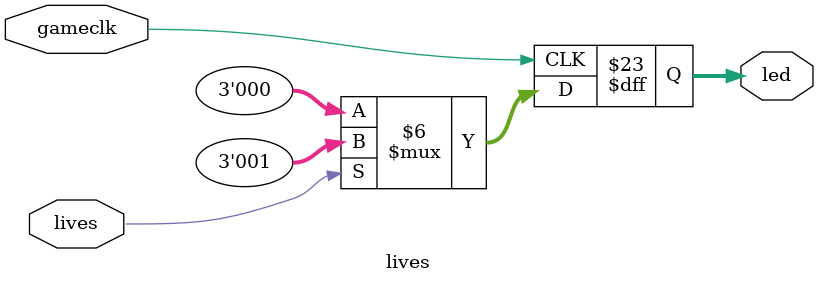
<source format=v>
`timescale 1ns / 1ps
module lives (
    gameclk,
    lives,
    led
);

input gameclk;
input lives;
output reg [2:0] led;

always @(posedge gameclk)
begin
    if (lives == 3)
        led [2:0] = 3'b111;
    else if (lives == 2)
        led [2:0] = 3'b011;
    else if (lives == 1)
        led [2:0] = 3'b001;
    else
        led [2:0] = 3'b000;
end

endmodule

</source>
